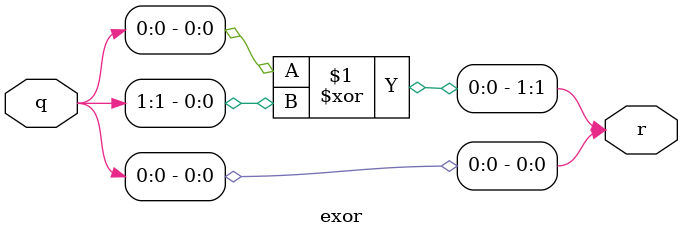
<source format=v>
`timescale 1ns / 1ps


module exor(q,r);

    input [1:0]q;
    output [1:0] r;
    
    assign r[0] = q[0];
    assign r[1] = (q[0] ^ q[1]);
    
endmodule

</source>
